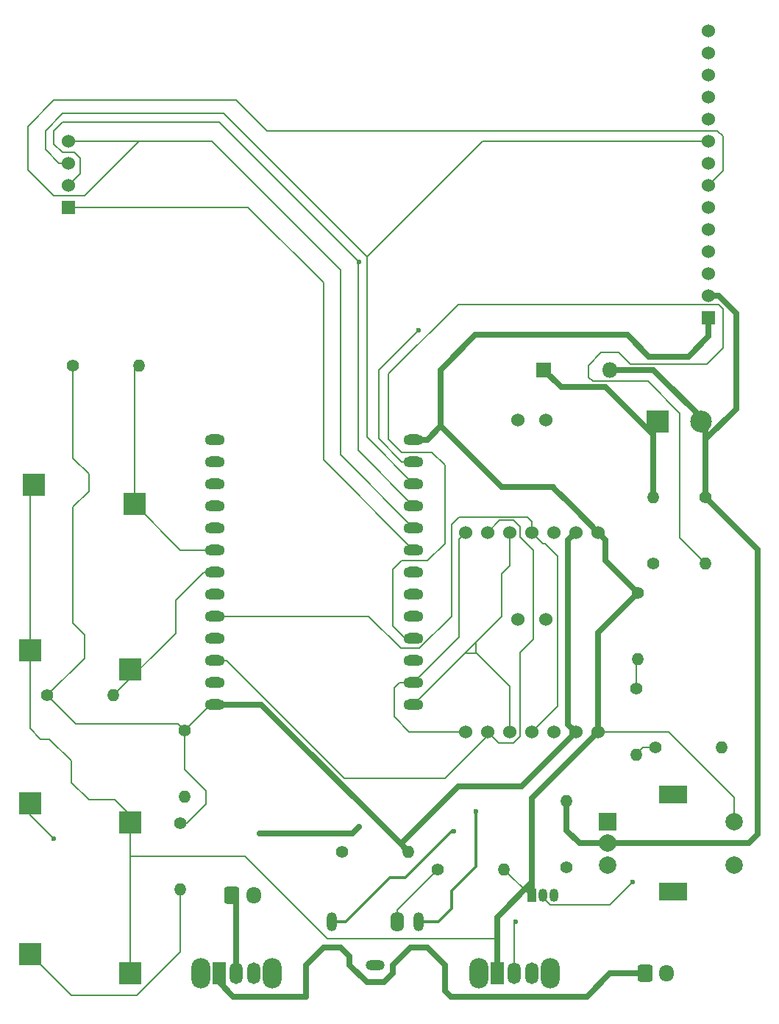
<source format=gbr>
%TF.GenerationSoftware,KiCad,Pcbnew,8.0.4*%
%TF.CreationDate,2024-11-06T19:34:02-07:00*%
%TF.ProjectId,MP3_Player,4d50335f-506c-4617-9965-722e6b696361,rev?*%
%TF.SameCoordinates,Original*%
%TF.FileFunction,Copper,L2,Bot*%
%TF.FilePolarity,Positive*%
%FSLAX46Y46*%
G04 Gerber Fmt 4.6, Leading zero omitted, Abs format (unit mm)*
G04 Created by KiCad (PCBNEW 8.0.4) date 2024-11-06 19:34:02*
%MOMM*%
%LPD*%
G01*
G04 APERTURE LIST*
G04 Aperture macros list*
%AMRoundRect*
0 Rectangle with rounded corners*
0 $1 Rounding radius*
0 $2 $3 $4 $5 $6 $7 $8 $9 X,Y pos of 4 corners*
0 Add a 4 corners polygon primitive as box body*
4,1,4,$2,$3,$4,$5,$6,$7,$8,$9,$2,$3,0*
0 Add four circle primitives for the rounded corners*
1,1,$1+$1,$2,$3*
1,1,$1+$1,$4,$5*
1,1,$1+$1,$6,$7*
1,1,$1+$1,$8,$9*
0 Add four rect primitives between the rounded corners*
20,1,$1+$1,$2,$3,$4,$5,0*
20,1,$1+$1,$4,$5,$6,$7,0*
20,1,$1+$1,$6,$7,$8,$9,0*
20,1,$1+$1,$8,$9,$2,$3,0*%
G04 Aperture macros list end*
%TA.AperFunction,ComponentPad*%
%ADD10O,1.200000X2.200000*%
%TD*%
%TA.AperFunction,ComponentPad*%
%ADD11O,2.200000X1.200000*%
%TD*%
%TA.AperFunction,ComponentPad*%
%ADD12O,1.600000X2.300000*%
%TD*%
%TA.AperFunction,ComponentPad*%
%ADD13R,1.800000X1.800000*%
%TD*%
%TA.AperFunction,ComponentPad*%
%ADD14O,1.800000X1.800000*%
%TD*%
%TA.AperFunction,ComponentPad*%
%ADD15R,1.050000X1.500000*%
%TD*%
%TA.AperFunction,ComponentPad*%
%ADD16O,1.050000X1.500000*%
%TD*%
%TA.AperFunction,ComponentPad*%
%ADD17R,2.000000X2.000000*%
%TD*%
%TA.AperFunction,ComponentPad*%
%ADD18C,2.000000*%
%TD*%
%TA.AperFunction,ComponentPad*%
%ADD19R,3.200000X2.000000*%
%TD*%
%TA.AperFunction,ComponentPad*%
%ADD20C,1.524000*%
%TD*%
%TA.AperFunction,ComponentPad*%
%ADD21C,1.400000*%
%TD*%
%TA.AperFunction,ComponentPad*%
%ADD22O,1.400000X1.400000*%
%TD*%
%TA.AperFunction,SMDPad,CuDef*%
%ADD23R,2.600000X2.600000*%
%TD*%
%TA.AperFunction,ComponentPad*%
%ADD24RoundRect,0.250000X-0.600000X-0.725000X0.600000X-0.725000X0.600000X0.725000X-0.600000X0.725000X0*%
%TD*%
%TA.AperFunction,ComponentPad*%
%ADD25O,1.700000X1.950000*%
%TD*%
%TA.AperFunction,ComponentPad*%
%ADD26O,2.200000X3.500000*%
%TD*%
%TA.AperFunction,ComponentPad*%
%ADD27R,1.500000X2.500000*%
%TD*%
%TA.AperFunction,ComponentPad*%
%ADD28O,1.500000X2.500000*%
%TD*%
%TA.AperFunction,ComponentPad*%
%ADD29R,2.500000X2.500000*%
%TD*%
%TA.AperFunction,ComponentPad*%
%ADD30C,2.500000*%
%TD*%
%TA.AperFunction,ComponentPad*%
%ADD31O,2.286000X1.270000*%
%TD*%
%TA.AperFunction,ComponentPad*%
%ADD32R,1.524000X1.524000*%
%TD*%
%TA.AperFunction,ViaPad*%
%ADD33C,0.600000*%
%TD*%
%TA.AperFunction,ViaPad*%
%ADD34C,0.700000*%
%TD*%
%TA.AperFunction,Conductor*%
%ADD35C,0.350000*%
%TD*%
%TA.AperFunction,Conductor*%
%ADD36C,0.200000*%
%TD*%
%TA.AperFunction,Conductor*%
%ADD37C,0.700000*%
%TD*%
%TA.AperFunction,Conductor*%
%ADD38C,0.300000*%
%TD*%
G04 APERTURE END LIST*
D10*
%TO.P,J1,R*%
%TO.N,Net-(RSPKR1-SPKR+)*%
X128000000Y-131000000D03*
D11*
%TO.P,J1,S*%
%TO.N,Net-(L_SPKR1-SPKR-)*%
X133000000Y-136000000D03*
D10*
%TO.P,J1,T*%
%TO.N,Net-(L_SPKR1-SPKR+)*%
X138000000Y-131000000D03*
D12*
%TO.P,J1,TN*%
%TO.N,/Detect_Jack*%
X135500000Y-131000000D03*
%TD*%
D13*
%TO.P,D1,1,K*%
%TO.N,Net-(D1-K)*%
X152380000Y-67500000D03*
D14*
%TO.P,D1,2,A*%
%TO.N,GND*%
X160000000Y-67500000D03*
%TD*%
D15*
%TO.P,Q1,1,D*%
%TO.N,/VDD*%
X151000000Y-128000000D03*
D16*
%TO.P,Q1,2,G*%
%TO.N,/Motor_Driver*%
X152270000Y-128000000D03*
%TO.P,Q1,3,S*%
%TO.N,Net-(Q1-S)*%
X153540000Y-128000000D03*
%TD*%
D17*
%TO.P,Primary Rotary Encoder1,A,A*%
%TO.N,Net-(U1-IO16)*%
X159750000Y-119500000D03*
D18*
%TO.P,Primary Rotary Encoder1,B,B*%
%TO.N,Net-(U1-IO27)*%
X159750000Y-124500000D03*
%TO.P,Primary Rotary Encoder1,C,C*%
%TO.N,GND*%
X159750000Y-122000000D03*
D19*
%TO.P,Primary Rotary Encoder1,MP*%
%TO.N,N/C*%
X167250000Y-116400000D03*
X167250000Y-127600000D03*
D18*
%TO.P,Primary Rotary Encoder1,S1,S1*%
%TO.N,Net-(U1-IO0)*%
X174250000Y-124500000D03*
%TO.P,Primary Rotary Encoder1,S2,S2*%
%TO.N,/VDD*%
X174250000Y-119500000D03*
%TD*%
D20*
%TO.P,RSPKR1,+,SPKR+*%
%TO.N,Net-(RSPKR1-SPKR+)*%
X152587500Y-96258500D03*
%TO.P,RSPKR1,-,SPKR-*%
%TO.N,Net-(L_SPKR1-SPKR-)*%
X149412500Y-96258500D03*
%TO.P,RSPKR1,BCLK,BCLK*%
%TO.N,/DAC_BCLK*%
X145920000Y-109212500D03*
%TO.P,RSPKR1,DIN,DIN*%
%TO.N,/DAC_DIN*%
X148460000Y-109212500D03*
%TO.P,RSPKR1,GAIN,Gain*%
%TO.N,/Gain*%
X151000000Y-109212500D03*
%TO.P,RSPKR1,GND,GND*%
%TO.N,GND*%
X156080000Y-109212500D03*
%TO.P,RSPKR1,LRC,LRC*%
%TO.N,/DAC_LRC*%
X143380000Y-109212500D03*
%TO.P,RSPKR1,SD,SD*%
%TO.N,/R_Chanel_Select*%
X153540000Y-109212500D03*
%TO.P,RSPKR1,VIN,Vin*%
%TO.N,/VDD*%
X158620000Y-109212500D03*
%TD*%
D21*
%TO.P,R10,1*%
%TO.N,/L_Chanel_Select*%
X163000000Y-104190000D03*
D22*
%TO.P,R10,2*%
%TO.N,/R_Chanel_Select*%
X163000000Y-111810000D03*
%TD*%
D23*
%TO.P,SW3,1,A*%
%TO.N,/VDD*%
X104775000Y-119630000D03*
%TO.P,SW3,2,B*%
%TO.N,Net-(SW3-B)*%
X93225000Y-117430000D03*
%TD*%
D21*
%TO.P,R8,1*%
%TO.N,GND*%
X171000000Y-82190000D03*
D22*
%TO.P,R8,2*%
%TO.N,Net-(U1-IO0)*%
X171000000Y-89810000D03*
%TD*%
D24*
%TO.P,To_LiPo_Cell1,1,Pin_1*%
%TO.N,+BATT*%
X164000000Y-137000000D03*
D25*
%TO.P,To_LiPo_Cell1,2,Pin_2*%
%TO.N,-BATT*%
X166500000Y-137000000D03*
%TD*%
D26*
%TO.P,SW4,*%
%TO.N,*%
X112900000Y-137000000D03*
X121100000Y-137000000D03*
D27*
%TO.P,SW4,1,A*%
%TO.N,+BATT*%
X115000000Y-137000000D03*
D28*
%TO.P,SW4,2,B*%
%TO.N,Net-(SW4-B)*%
X117000000Y-137000000D03*
%TO.P,SW4,3,C*%
%TO.N,unconnected-(SW4-C-Pad3)*%
X119000000Y-137000000D03*
%TD*%
D29*
%TO.P,M1,1,+*%
%TO.N,Net-(D1-K)*%
X165500000Y-73500000D03*
D30*
%TO.P,M1,2,-*%
%TO.N,GND*%
X170500000Y-73500000D03*
%TD*%
D21*
%TO.P,R5,1*%
%TO.N,GND*%
X110500000Y-119690000D03*
D22*
%TO.P,R5,2*%
%TO.N,Net-(SW5-B)*%
X110500000Y-127310000D03*
%TD*%
D20*
%TO.P,L_SPKR1,+,SPKR+*%
%TO.N,Net-(L_SPKR1-SPKR+)*%
X152587500Y-73258500D03*
%TO.P,L_SPKR1,-,SPKR-*%
%TO.N,Net-(L_SPKR1-SPKR-)*%
X149412500Y-73258500D03*
%TO.P,L_SPKR1,BCLK,BCLK*%
%TO.N,/DAC_BCLK*%
X145920000Y-86212500D03*
%TO.P,L_SPKR1,DIN,DIN*%
%TO.N,/DAC_DIN*%
X148460000Y-86212500D03*
%TO.P,L_SPKR1,GAIN,Gain*%
%TO.N,/Gain*%
X151000000Y-86212500D03*
%TO.P,L_SPKR1,GND,GND*%
%TO.N,GND*%
X156080000Y-86212500D03*
%TO.P,L_SPKR1,LRC,LRC*%
%TO.N,/DAC_LRC*%
X143380000Y-86212500D03*
%TO.P,L_SPKR1,SD,SD*%
%TO.N,/L_Chanel_Select*%
X153540000Y-86212500D03*
%TO.P,L_SPKR1,VIN,Vin*%
%TO.N,/VDD*%
X158620000Y-86212500D03*
%TD*%
D21*
%TO.P,R9,1*%
%TO.N,/VDD*%
X163190000Y-93190000D03*
D22*
%TO.P,R9,2*%
%TO.N,/L_Chanel_Select*%
X163190000Y-100810000D03*
%TD*%
D23*
%TO.P,SW2,1,A*%
%TO.N,Net-(SW2-A)*%
X104775000Y-101980000D03*
%TO.P,SW2,2,B*%
%TO.N,/VDD*%
X93225000Y-99780000D03*
%TD*%
D31*
%TO.P,U1,0,IO0*%
%TO.N,Net-(U1-IO0)*%
X137401877Y-98410500D03*
%TO.P,U1,2,IO2*%
%TO.N,/TFT_DC*%
X137401877Y-100950500D03*
%TO.P,U1,3v,VDD*%
%TO.N,/VDD*%
X137401877Y-75550500D03*
%TO.P,U1,4,IO4*%
%TO.N,/TFT_CS*%
X137401877Y-95870500D03*
%TO.P,U1,5,IO5*%
%TO.N,/SD_CS*%
X137401877Y-88250500D03*
%TO.P,U1,12,IO12*%
%TO.N,/Detect_Jack*%
X114541877Y-103490500D03*
%TO.P,U1,13,IO13*%
%TO.N,/DAC_DIN*%
X137401877Y-106030500D03*
%TO.P,U1,14,IO14*%
%TO.N,/DAC_BCLK*%
X114541877Y-100950500D03*
%TO.P,U1,15,IO15*%
%TO.N,/DAC_LRC*%
X137401877Y-103490500D03*
%TO.P,U1,16,IO16*%
%TO.N,Net-(U1-IO16)*%
X137401877Y-93330500D03*
%TO.P,U1,17,IO17*%
%TO.N,Net-(SW6-B)*%
X137401877Y-90790500D03*
%TO.P,U1,18,IO18*%
%TO.N,/SPI_SCK*%
X137401877Y-85710500D03*
%TO.P,U1,19,IO19*%
%TO.N,/SPI_MISO*%
X137401877Y-80630500D03*
%TO.P,U1,22,IO22*%
%TO.N,/Motor_Driver*%
X137401877Y-78090500D03*
%TO.P,U1,23,IO23*%
%TO.N,/SPI_MOSI*%
X137401877Y-83170500D03*
%TO.P,U1,25,IO25*%
%TO.N,/SCREEN_BRIGHTNESS*%
X114541877Y-93330500D03*
%TO.P,U1,26,IO26*%
%TO.N,/Gain*%
X114541877Y-95870500D03*
%TO.P,U1,27,IO27*%
%TO.N,Net-(U1-IO27)*%
X114541877Y-98410500D03*
%TO.P,U1,32,IO32*%
%TO.N,Net-(SW1-A)*%
X114541877Y-88250500D03*
%TO.P,U1,33,IO33*%
%TO.N,Net-(SW2-A)*%
X114541877Y-90790500D03*
%TO.P,U1,34,IO34*%
%TO.N,Net-(SW5-B)*%
X114541877Y-83170500D03*
%TO.P,U1,35,IO35*%
%TO.N,Net-(SW3-B)*%
X114541877Y-85710500D03*
%TO.P,U1,EN,EN*%
%TO.N,/RESET*%
X114541877Y-80630500D03*
%TO.P,U1,GND,GND*%
%TO.N,GND*%
X114541877Y-106030500D03*
%TO.P,U1,VN,SENSOR_VN*%
%TO.N,unconnected-(U1-SENSOR_VN-PadVN)*%
X114541877Y-78090500D03*
%TO.P,U1,VP,SENSOR_VP*%
%TO.N,unconnected-(U1-SENSOR_VP-PadVP)*%
X114541877Y-75550500D03*
%TD*%
D21*
%TO.P,R2,1*%
%TO.N,Net-(U1-IO16)*%
X155000000Y-124810000D03*
D22*
%TO.P,R2,2*%
%TO.N,GND*%
X155000000Y-117190000D03*
%TD*%
D24*
%TO.P,To_Battery_Charger_Of_ESP_32,1,Pin_1*%
%TO.N,Net-(SW4-B)*%
X116500000Y-128000000D03*
D25*
%TO.P,To_Battery_Charger_Of_ESP_32,2,Pin_2*%
%TO.N,-BATT*%
X119000000Y-128000000D03*
%TD*%
D21*
%TO.P,R3,1*%
%TO.N,GND*%
X98190000Y-67000000D03*
D22*
%TO.P,R3,2*%
%TO.N,Net-(SW1-A)*%
X105810000Y-67000000D03*
%TD*%
D23*
%TO.P,SW5,1,A*%
%TO.N,/VDD*%
X104775000Y-136950000D03*
%TO.P,SW5,2,B*%
%TO.N,Net-(SW5-B)*%
X93225000Y-134750000D03*
%TD*%
D21*
%TO.P,R4,1*%
%TO.N,GND*%
X111000000Y-109000000D03*
D22*
%TO.P,R4,2*%
%TO.N,Net-(SW3-B)*%
X111000000Y-116620000D03*
%TD*%
D21*
%TO.P,R11,1*%
%TO.N,/R_Chanel_Select*%
X165190000Y-111000000D03*
D22*
%TO.P,R11,2*%
%TO.N,-BATT*%
X172810000Y-111000000D03*
%TD*%
D21*
%TO.P,R12,1*%
%TO.N,/Detect_Jack*%
X140190000Y-125000000D03*
D22*
%TO.P,R12,2*%
%TO.N,/VDD*%
X147810000Y-125000000D03*
%TD*%
D21*
%TO.P,R1,1*%
%TO.N,Net-(U1-IO27)*%
X129190000Y-123000000D03*
D22*
%TO.P,R1,2*%
%TO.N,GND*%
X136810000Y-123000000D03*
%TD*%
D23*
%TO.P,SW1,1,A*%
%TO.N,Net-(SW1-A)*%
X105275000Y-82980000D03*
%TO.P,SW1,2,B*%
%TO.N,/VDD*%
X93725000Y-80780000D03*
%TD*%
D21*
%TO.P,R6,1*%
%TO.N,GND*%
X95190000Y-105000000D03*
D22*
%TO.P,R6,2*%
%TO.N,Net-(SW2-A)*%
X102810000Y-105000000D03*
%TD*%
D21*
%TO.P,R7,1*%
%TO.N,Net-(Q1-S)*%
X165000000Y-89810000D03*
D22*
%TO.P,R7,2*%
%TO.N,Net-(D1-K)*%
X165000000Y-82190000D03*
%TD*%
D26*
%TO.P,SW6,*%
%TO.N,*%
X144900000Y-137000000D03*
X153100000Y-137000000D03*
D27*
%TO.P,SW6,1,A*%
%TO.N,/VDD*%
X147000000Y-137000000D03*
D28*
%TO.P,SW6,2,B*%
%TO.N,Net-(SW6-B)*%
X149000000Y-137000000D03*
%TO.P,SW6,3,C*%
%TO.N,unconnected-(SW6-C-Pad3)*%
X151000000Y-137000000D03*
%TD*%
D20*
%TO.P,Screen&SDCardReader1,CS,CS*%
%TO.N,/TFT_CS*%
X171330000Y-56430000D03*
%TO.P,Screen&SDCardReader1,DC,DC*%
%TO.N,/TFT_DC*%
X171330000Y-51350000D03*
%TO.P,Screen&SDCardReader1,GND,GND*%
%TO.N,GND*%
X171330000Y-58970000D03*
%TO.P,Screen&SDCardReader1,LED,LED*%
%TO.N,/SCREEN_BRIGHTNESS*%
X171330000Y-43730000D03*
%TO.P,Screen&SDCardReader1,RESET,RESET*%
%TO.N,/RESET*%
X171330000Y-53890000D03*
%TO.P,Screen&SDCardReader1,SCK,SCK*%
%TO.N,/SPI_SCK*%
X171330000Y-46270000D03*
%TO.P,Screen&SDCardReader1,SDI(MOSI),SDI(MOSI)*%
%TO.N,/SPI_MOSI*%
X171330000Y-48810000D03*
%TO.P,Screen&SDCardReader1,SDO(MISO),SDO(MISO)*%
%TO.N,/SPI_MISO*%
X171330000Y-41190000D03*
D32*
%TO.P,Screen&SDCardReader1,SD_CS,SD_CS*%
%TO.N,/SD_CS*%
X97670000Y-48810000D03*
D20*
%TO.P,Screen&SDCardReader1,SD_MISO,SD_MISO*%
%TO.N,/SPI_MISO*%
X97670000Y-43730000D03*
%TO.P,Screen&SDCardReader1,SD_MOSI,SD_MOSI*%
%TO.N,/SPI_MOSI*%
X97670000Y-46270000D03*
%TO.P,Screen&SDCardReader1,SD_SCK,SD_SCK*%
%TO.N,/SPI_SCK*%
X97670000Y-41190000D03*
%TO.P,Screen&SDCardReader1,T_CLK,T_CLK*%
%TO.N,unconnected-(Screen&SDCardReader1-PadT_CLK)*%
X171330000Y-38650000D03*
%TO.P,Screen&SDCardReader1,T_CS,T_CS*%
%TO.N,unconnected-(Screen&SDCardReader1-PadT_CS)*%
X171330000Y-36110000D03*
%TO.P,Screen&SDCardReader1,T_DIN,T_DIN*%
%TO.N,unconnected-(Screen&SDCardReader1-PadT_DIN)*%
X171330000Y-33570000D03*
%TO.P,Screen&SDCardReader1,T_DO,T_DO*%
%TO.N,unconnected-(Screen&SDCardReader1-PadT_DO)*%
X171330000Y-31030000D03*
%TO.P,Screen&SDCardReader1,T_IRQ,T_IRQ*%
%TO.N,unconnected-(Screen&SDCardReader1-PadT_IRQ)*%
X171330000Y-28490000D03*
D32*
%TO.P,Screen&SDCardReader1,Vcc,Vcc*%
%TO.N,/VDD*%
X171330000Y-61510000D03*
%TD*%
D33*
%TO.N,Net-(L_SPKR1-SPKR+)*%
X144526000Y-118364000D03*
D34*
%TO.N,Net-(L_SPKR1-SPKR-)*%
X131064000Y-120142000D03*
X119634000Y-120904000D03*
D33*
%TO.N,Net-(RSPKR1-SPKR+)*%
X141986000Y-120650000D03*
%TO.N,/Motor_Driver*%
X137922000Y-62992000D03*
X162560000Y-126492000D03*
%TO.N,Net-(SW3-B)*%
X96000000Y-121500000D03*
%TO.N,/SPI_MOSI*%
X131064000Y-55118000D03*
%TO.N,Net-(SW6-B)*%
X149098000Y-131064000D03*
%TD*%
D35*
%TO.N,Net-(L_SPKR1-SPKR+)*%
X140272000Y-131000000D02*
X138000000Y-131000000D01*
X141732000Y-129540000D02*
X140272000Y-131000000D01*
X144526000Y-124714000D02*
X141732000Y-127508000D01*
X144526000Y-118364000D02*
X144526000Y-124714000D01*
X141732000Y-127508000D02*
X141732000Y-129540000D01*
D36*
%TO.N,/Detect_Jack*%
X140190000Y-125000000D02*
X135500000Y-129690000D01*
X135500000Y-129690000D02*
X135500000Y-131000000D01*
D37*
%TO.N,Net-(L_SPKR1-SPKR-)*%
X119634000Y-120904000D02*
X130302000Y-120904000D01*
X130302000Y-120904000D02*
X131064000Y-120142000D01*
D38*
%TO.N,Net-(RSPKR1-SPKR+)*%
X136398000Y-125984000D02*
X141732000Y-120650000D01*
X134620000Y-125984000D02*
X136398000Y-125984000D01*
X131064000Y-129540000D02*
X134620000Y-125984000D01*
X129604000Y-131000000D02*
X131064000Y-129540000D01*
X128000000Y-131000000D02*
X129604000Y-131000000D01*
D36*
X141732000Y-120650000D02*
X141986000Y-120650000D01*
%TO.N,/DAC_LRC*%
X142618001Y-98274376D02*
X137401877Y-103490500D01*
X135128000Y-107442000D02*
X136898500Y-109212500D01*
X135128000Y-104140000D02*
X135128000Y-107442000D01*
X136898500Y-109212500D02*
X143380000Y-109212500D01*
X135777500Y-103490500D02*
X135128000Y-104140000D01*
X137401877Y-103490500D02*
X135777500Y-103490500D01*
X143380000Y-86212500D02*
X142618001Y-86974499D01*
X142618001Y-86974499D02*
X142618001Y-98274376D01*
%TO.N,/L_Chanel_Select*%
X163000000Y-104190000D02*
X163000000Y-101000000D01*
X163000000Y-101000000D02*
X163190000Y-100810000D01*
%TO.N,/VDD*%
X98000000Y-112500000D02*
X95500000Y-110000000D01*
X93225000Y-108738705D02*
X93225000Y-99780000D01*
X98000000Y-115000000D02*
X98000000Y-112500000D01*
X104775000Y-119630000D02*
X104775000Y-123000000D01*
X94486295Y-110000000D02*
X93225000Y-108738705D01*
D37*
X151000000Y-126000000D02*
X151000000Y-128000000D01*
X151000000Y-126000000D02*
X151000000Y-126500000D01*
D36*
X104775000Y-119630000D02*
X104500000Y-119355000D01*
X95500000Y-110000000D02*
X94486295Y-110000000D01*
D37*
X140500000Y-74000000D02*
X138949500Y-75550500D01*
D36*
X166712500Y-109212500D02*
X174250000Y-116750000D01*
D37*
X151000000Y-116832500D02*
X151000000Y-126000000D01*
D36*
X104775000Y-123500000D02*
X118000000Y-123500000D01*
D37*
X158620000Y-109212500D02*
X151000000Y-116832500D01*
D36*
X93225000Y-99780000D02*
X93225000Y-81280000D01*
D37*
X147500000Y-81000000D02*
X153500000Y-81000000D01*
X155453750Y-83046250D02*
X159500000Y-87092500D01*
X159500000Y-89500000D02*
X163190000Y-93190000D01*
D36*
X104775000Y-123000000D02*
X104775000Y-123500000D01*
D37*
X140500000Y-74000000D02*
X147500000Y-81000000D01*
X153500000Y-81000000D02*
X153500000Y-81092500D01*
D36*
X158620000Y-109212500D02*
X166712500Y-109212500D01*
D37*
X140500000Y-67500000D02*
X144500000Y-63500000D01*
X151000000Y-126500000D02*
X147000000Y-130500000D01*
D36*
X103000000Y-117000000D02*
X100000000Y-117000000D01*
X104775000Y-123500000D02*
X104775000Y-136950000D01*
X104775000Y-119630000D02*
X104116295Y-119630000D01*
D37*
X155453750Y-83046250D02*
X158620000Y-86212500D01*
D36*
X118000000Y-123500000D02*
X127500000Y-133000000D01*
D37*
X163190000Y-93190000D02*
X158620000Y-97760000D01*
D36*
X147810000Y-125000000D02*
X150810000Y-128000000D01*
X100000000Y-117000000D02*
X98000000Y-115000000D01*
D37*
X147000000Y-130500000D02*
X147000000Y-133000000D01*
X138949500Y-75550500D02*
X137401877Y-75550500D01*
D36*
X104500000Y-119355000D02*
X104500000Y-118500000D01*
X104500000Y-118500000D02*
X103000000Y-117000000D01*
D37*
X169000000Y-66000000D02*
X171330000Y-63670000D01*
X144500000Y-63500000D02*
X162000000Y-63500000D01*
X159500000Y-87092500D02*
X159500000Y-89500000D01*
D36*
X127500000Y-133000000D02*
X147000000Y-133000000D01*
X93225000Y-81280000D02*
X93725000Y-80780000D01*
D37*
X140500000Y-74000000D02*
X140500000Y-67500000D01*
X162000000Y-63500000D02*
X164500000Y-66000000D01*
X171330000Y-63670000D02*
X171330000Y-61510000D01*
X164500000Y-66000000D02*
X169000000Y-66000000D01*
X147000000Y-133000000D02*
X147000000Y-137000000D01*
D36*
X150810000Y-128000000D02*
X151000000Y-128000000D01*
D37*
X153500000Y-81092500D02*
X155453750Y-83046250D01*
D36*
X174250000Y-116750000D02*
X174250000Y-119500000D01*
D37*
X158620000Y-97760000D02*
X158620000Y-109212500D01*
D36*
%TO.N,/DAC_DIN*%
X137401877Y-106030500D02*
X143179188Y-100253188D01*
X148460000Y-109212500D02*
X148460000Y-103960000D01*
X143179188Y-100253188D02*
X143966188Y-99466188D01*
X148460000Y-90040000D02*
X148460000Y-86212500D01*
X144626188Y-100126188D02*
X144576188Y-100076188D01*
X144576188Y-100076188D02*
X144576188Y-98856188D01*
X143306188Y-100126188D02*
X144626188Y-100126188D01*
X144626188Y-100126188D02*
X145059000Y-100559000D01*
X147500000Y-95932377D02*
X147500000Y-91000000D01*
X148460000Y-103960000D02*
X145059000Y-100559000D01*
X144576188Y-98856188D02*
X147500000Y-95932377D01*
X143179188Y-100253188D02*
X143306188Y-100126188D01*
X143966188Y-99466188D02*
X144576188Y-98856188D01*
X147500000Y-91000000D02*
X148460000Y-90040000D01*
%TO.N,/Gain*%
X151000000Y-84960000D02*
X151000000Y-86212500D01*
X141732000Y-95910667D02*
X141732000Y-85344000D01*
X154000000Y-106212500D02*
X154000000Y-89000000D01*
X151000000Y-109212500D02*
X154000000Y-106212500D01*
X154000000Y-89000000D02*
X152500000Y-87500000D01*
X132192500Y-95870500D02*
X135890000Y-99568000D01*
X150476000Y-84436000D02*
X151000000Y-84960000D01*
X141732000Y-85344000D02*
X142640000Y-84436000D01*
X138074667Y-99568000D02*
X141732000Y-95910667D01*
X152287500Y-87500000D02*
X151000000Y-86212500D01*
X135890000Y-99568000D02*
X138074667Y-99568000D01*
X142640000Y-84436000D02*
X150476000Y-84436000D01*
X152500000Y-87500000D02*
X152287500Y-87500000D01*
X114541877Y-95870500D02*
X132192500Y-95870500D01*
%TO.N,/DAC_BCLK*%
X147197500Y-110490000D02*
X148844000Y-110490000D01*
X151130000Y-98552000D02*
X151130000Y-88260395D01*
X149606000Y-86736395D02*
X149606000Y-85598000D01*
X151130000Y-88260395D02*
X149606000Y-86736395D01*
X115884877Y-100950500D02*
X129434377Y-114500000D01*
X145920000Y-109580000D02*
X145920000Y-109212500D01*
X149606000Y-85598000D02*
X148844000Y-84836000D01*
X129434377Y-114500000D02*
X141000000Y-114500000D01*
X148844000Y-84836000D02*
X147296500Y-84836000D01*
X148844000Y-110490000D02*
X149606000Y-109728000D01*
X141000000Y-114500000D02*
X145920000Y-109580000D01*
X114541877Y-100950500D02*
X115884877Y-100950500D01*
X147296500Y-84836000D02*
X145920000Y-86212500D01*
X145920000Y-109212500D02*
X147197500Y-110490000D01*
X149606000Y-109728000D02*
X149606000Y-100076000D01*
X149606000Y-100076000D02*
X151130000Y-98552000D01*
%TO.N,GND*%
X98190000Y-96690000D02*
X98190000Y-87000000D01*
X110300000Y-108300000D02*
X98490000Y-108300000D01*
X111310000Y-119690000D02*
X110500000Y-119690000D01*
X113969500Y-106030500D02*
X114541877Y-106030500D01*
X100000000Y-79500000D02*
X98190000Y-77690000D01*
D37*
X156080000Y-109212500D02*
X155188979Y-108321479D01*
X165000000Y-67500000D02*
X160000000Y-67500000D01*
X171000000Y-75000000D02*
X171000000Y-74000000D01*
X172470000Y-58970000D02*
X171330000Y-58970000D01*
D36*
X95190000Y-105000000D02*
X99500000Y-100690000D01*
D37*
X142500000Y-115500000D02*
X149792500Y-115500000D01*
X155000000Y-120500000D02*
X156500000Y-122000000D01*
X155188979Y-108321479D02*
X155188979Y-87103521D01*
X171000000Y-75500000D02*
X171000000Y-75000000D01*
D36*
X111000000Y-109000000D02*
X111000000Y-113500000D01*
D37*
X171000000Y-75000000D02*
X171000000Y-73500000D01*
D36*
X99500000Y-98000000D02*
X98190000Y-96690000D01*
D37*
X177000000Y-88190000D02*
X171000000Y-82190000D01*
X171000000Y-73500000D02*
X165000000Y-67500000D01*
D36*
X100000000Y-81500000D02*
X100000000Y-79500000D01*
X171000000Y-74000000D02*
X170500000Y-73500000D01*
D37*
X135905000Y-122095000D02*
X142500000Y-115500000D01*
X174500000Y-72000000D02*
X174500000Y-61000000D01*
D36*
X111000000Y-113500000D02*
X113500000Y-116000000D01*
X98190000Y-87000000D02*
X98190000Y-83310000D01*
D37*
X156500000Y-122000000D02*
X159750000Y-122000000D01*
X159750000Y-122000000D02*
X176000000Y-122000000D01*
D36*
X98190000Y-77690000D02*
X98190000Y-67000000D01*
X113500000Y-117500000D02*
X111310000Y-119690000D01*
D37*
X177000000Y-121000000D02*
X177000000Y-88190000D01*
X176000000Y-122000000D02*
X177000000Y-121000000D01*
X155188979Y-87103521D02*
X156080000Y-86212500D01*
D36*
X98190000Y-83310000D02*
X100000000Y-81500000D01*
X136810000Y-122690000D02*
X136810000Y-123000000D01*
X111000000Y-109000000D02*
X110300000Y-108300000D01*
D37*
X171000000Y-82190000D02*
X171000000Y-75500000D01*
D36*
X111000000Y-109000000D02*
X113969500Y-106030500D01*
D37*
X135905000Y-122095000D02*
X136810000Y-123000000D01*
X174500000Y-61000000D02*
X172470000Y-58970000D01*
X171000000Y-75500000D02*
X174500000Y-72000000D01*
X114541877Y-106030500D02*
X119840500Y-106030500D01*
D36*
X113500000Y-116000000D02*
X113500000Y-117500000D01*
D37*
X149792500Y-115500000D02*
X156080000Y-109212500D01*
D36*
X136810000Y-122690000D02*
X137000000Y-122500000D01*
D37*
X155000000Y-117190000D02*
X155000000Y-120500000D01*
D36*
X99500000Y-100690000D02*
X99500000Y-98000000D01*
D37*
X119840500Y-106030500D02*
X135905000Y-122095000D01*
D36*
X98490000Y-108300000D02*
X95190000Y-105000000D01*
D37*
%TO.N,Net-(D1-K)*%
X165000000Y-82190000D02*
X165000000Y-75000000D01*
D36*
X165000000Y-74000000D02*
X165500000Y-73500000D01*
D37*
X165000000Y-75000000D02*
X165000000Y-74000000D01*
X154380000Y-69500000D02*
X152380000Y-67500000D01*
X159500000Y-69500000D02*
X154380000Y-69500000D01*
X165000000Y-75000000D02*
X159500000Y-69500000D01*
D36*
%TO.N,Net-(U1-IO0)*%
X135000000Y-90500000D02*
X135000000Y-97000000D01*
X171150000Y-66850000D02*
X173000000Y-65000000D01*
X142500000Y-60000000D02*
X134500000Y-68000000D01*
X134500000Y-75500000D02*
X136000000Y-77000000D01*
X161000000Y-65500000D02*
X162350000Y-66850000D01*
X162350000Y-66850000D02*
X171150000Y-66850000D01*
X136410500Y-98410500D02*
X137401877Y-98410500D01*
X166032000Y-60032000D02*
X166000000Y-60000000D01*
X139000000Y-89500000D02*
X136000000Y-89500000D01*
X158000000Y-68850000D02*
X157500000Y-68350000D01*
X135000000Y-97000000D02*
X136410500Y-98410500D01*
X171000000Y-89810000D02*
X168000000Y-86810000D01*
X172468000Y-60032000D02*
X166032000Y-60032000D01*
X136000000Y-77000000D02*
X139500000Y-77000000D01*
X139500000Y-77000000D02*
X141000000Y-78500000D01*
X173000000Y-60500000D02*
X172500000Y-60000000D01*
X168000000Y-86810000D02*
X168000000Y-72500000D01*
X168000000Y-72500000D02*
X164350000Y-68850000D01*
X136000000Y-89500000D02*
X135000000Y-90500000D01*
X166000000Y-60000000D02*
X142500000Y-60000000D01*
X159000000Y-65500000D02*
X161000000Y-65500000D01*
X141000000Y-78500000D02*
X141000000Y-87500000D01*
X157500000Y-68350000D02*
X157500000Y-67000000D01*
X157500000Y-67000000D02*
X159000000Y-65500000D01*
X173000000Y-65000000D02*
X173000000Y-60500000D01*
X172500000Y-60000000D02*
X172468000Y-60032000D01*
X141000000Y-87500000D02*
X139000000Y-89500000D01*
X134500000Y-68000000D02*
X134500000Y-75500000D01*
X164350000Y-68850000D02*
X158000000Y-68850000D01*
%TO.N,/Motor_Driver*%
X153095000Y-129050000D02*
X160002000Y-129050000D01*
X152270000Y-128000000D02*
X152270000Y-128225000D01*
X152270000Y-128225000D02*
X153095000Y-129050000D01*
X133350000Y-67564000D02*
X133350000Y-75438000D01*
X160002000Y-129050000D02*
X162560000Y-126492000D01*
X162560000Y-126492000D02*
X162687000Y-126365000D01*
X137922000Y-62992000D02*
X133350000Y-67564000D01*
X136002500Y-78090500D02*
X137401877Y-78090500D01*
X133350000Y-75438000D02*
X136002500Y-78090500D01*
%TO.N,Net-(SW1-A)*%
X105275000Y-67535000D02*
X105810000Y-67000000D01*
X110545500Y-88250500D02*
X105275000Y-82980000D01*
X114541877Y-88250500D02*
X110545500Y-88250500D01*
X105275000Y-82980000D02*
X105275000Y-67535000D01*
%TO.N,Net-(SW3-B)*%
X93225000Y-118725000D02*
X96000000Y-121500000D01*
X93225000Y-117430000D02*
X93225000Y-118725000D01*
%TO.N,Net-(SW5-B)*%
X97975000Y-139500000D02*
X93225000Y-134750000D01*
X110500000Y-127310000D02*
X110500000Y-134500000D01*
X110500000Y-134500000D02*
X105500000Y-139500000D01*
X105500000Y-139500000D02*
X97975000Y-139500000D01*
%TO.N,Net-(SW2-A)*%
X110000000Y-94000000D02*
X113209500Y-90790500D01*
X110000000Y-97810000D02*
X110000000Y-94000000D01*
X113209500Y-90790500D02*
X114541877Y-90790500D01*
X102810000Y-105000000D02*
X110000000Y-97810000D01*
%TO.N,/R_Chanel_Select*%
X165190000Y-111000000D02*
X163810000Y-111000000D01*
X163810000Y-111000000D02*
X163000000Y-111810000D01*
%TO.N,/SPI_SCK*%
X96000000Y-47500000D02*
X99500000Y-47500000D01*
X106000000Y-41190000D02*
X114190000Y-41190000D01*
X105810000Y-41190000D02*
X106000000Y-41190000D01*
X120500000Y-40000000D02*
X117000000Y-36500000D01*
X99500000Y-47500000D02*
X105810000Y-41190000D01*
X129000000Y-77308623D02*
X137401877Y-85710500D01*
X93000000Y-39500000D02*
X93000000Y-44500000D01*
X114190000Y-41190000D02*
X129000000Y-56000000D01*
X97670000Y-41190000D02*
X106000000Y-41190000D01*
X129000000Y-56000000D02*
X129000000Y-77308623D01*
X172334000Y-40000000D02*
X120500000Y-40000000D01*
X93000000Y-44500000D02*
X96000000Y-47500000D01*
X172974000Y-44626000D02*
X172974000Y-40640000D01*
X171330000Y-46270000D02*
X172974000Y-44626000D01*
X117000000Y-36500000D02*
X96000000Y-36500000D01*
X96000000Y-36500000D02*
X93000000Y-39500000D01*
X172974000Y-40640000D02*
X172334000Y-40000000D01*
%TO.N,/SPI_MOSI*%
X99000000Y-43187000D02*
X99000000Y-44940000D01*
X131064000Y-55118000D02*
X131000000Y-55054000D01*
X96983000Y-42500000D02*
X98313000Y-42500000D01*
X131000000Y-76768623D02*
X131000000Y-55182000D01*
X97000000Y-39000000D02*
X96000000Y-40000000D01*
X131000000Y-55054000D02*
X131000000Y-55000000D01*
X137401877Y-83170500D02*
X131000000Y-76768623D01*
X98313000Y-42500000D02*
X99000000Y-43187000D01*
X96000000Y-41517000D02*
X96983000Y-42500000D01*
X99000000Y-44940000D02*
X97670000Y-46270000D01*
X131000000Y-55182000D02*
X131064000Y-55118000D01*
X131000000Y-55000000D02*
X115000000Y-39000000D01*
X96000000Y-40000000D02*
X96000000Y-41517000D01*
X115000000Y-39000000D02*
X97000000Y-39000000D01*
%TO.N,/SPI_MISO*%
X97000000Y-38000000D02*
X115500000Y-38000000D01*
X145310000Y-41190000D02*
X132000000Y-54500000D01*
X132000000Y-75228623D02*
X137401877Y-80630500D01*
X96592370Y-43730000D02*
X95000000Y-42137630D01*
X95000000Y-40000000D02*
X97000000Y-38000000D01*
X115500000Y-38000000D02*
X132000000Y-54500000D01*
X171330000Y-41190000D02*
X145310000Y-41190000D01*
X132000000Y-54500000D02*
X132000000Y-75228623D01*
X97670000Y-43730000D02*
X96592370Y-43730000D01*
X95000000Y-42137630D02*
X95000000Y-40000000D01*
%TO.N,/SD_CS*%
X97670000Y-48810000D02*
X118310000Y-48810000D01*
X118310000Y-48810000D02*
X127000000Y-57500000D01*
X127000000Y-57500000D02*
X127000000Y-77848623D01*
X127000000Y-77848623D02*
X137401877Y-88250500D01*
D37*
%TO.N,+BATT*%
X130000000Y-135000000D02*
X129000000Y-134000000D01*
X125000000Y-139650000D02*
X116650000Y-139650000D01*
X160000000Y-137000000D02*
X157350000Y-139650000D01*
X164000000Y-137000000D02*
X160000000Y-137000000D01*
X137000000Y-134000000D02*
X135000000Y-136000000D01*
X127000000Y-134000000D02*
X125000000Y-136000000D01*
X116650000Y-139650000D02*
X115000000Y-138000000D01*
X125000000Y-136000000D02*
X125000000Y-139650000D01*
X115000000Y-138000000D02*
X115000000Y-137000000D01*
X157350000Y-139650000D02*
X141650000Y-139650000D01*
X129000000Y-134000000D02*
X127000000Y-134000000D01*
X141000000Y-139000000D02*
X141000000Y-136000000D01*
X139000000Y-134000000D02*
X137000000Y-134000000D01*
X130000000Y-136000000D02*
X130000000Y-135000000D01*
X141650000Y-139650000D02*
X141000000Y-139000000D01*
X135000000Y-136000000D02*
X135000000Y-137000000D01*
X132000000Y-138000000D02*
X130000000Y-136000000D01*
X134000000Y-138000000D02*
X132000000Y-138000000D01*
X135000000Y-137000000D02*
X134000000Y-138000000D01*
X141000000Y-136000000D02*
X139000000Y-134000000D01*
D36*
%TO.N,Net-(SW6-B)*%
X149000000Y-137000000D02*
X149000000Y-131162000D01*
X149000000Y-131162000D02*
X149098000Y-131064000D01*
D37*
%TO.N,Net-(SW4-B)*%
X117000000Y-137000000D02*
X117000000Y-128500000D01*
D36*
X117000000Y-128500000D02*
X116500000Y-128000000D01*
%TD*%
M02*

</source>
